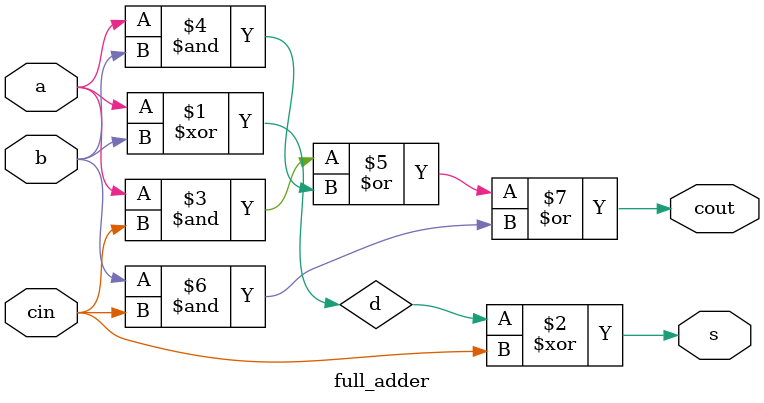
<source format=v>
module full_adder(a,b,cin,s,cout);
input a,b,cin;
output s,cout;
wire d;
xor x1(d,a,b);
xor x2(s,d,cin);
assign cout=(a&cin)|(a&b)|(b&cin);
endmodule
</source>
